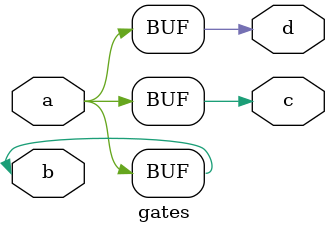
<source format=v>
module gates (  input a, b,
                output c, d
                );  
  
    buf (c, a, b);  // c is the output, a and b are inputs  
    not (d, a, b);  // d is the output, a and b are inputs  
  
endmodule  
</source>
